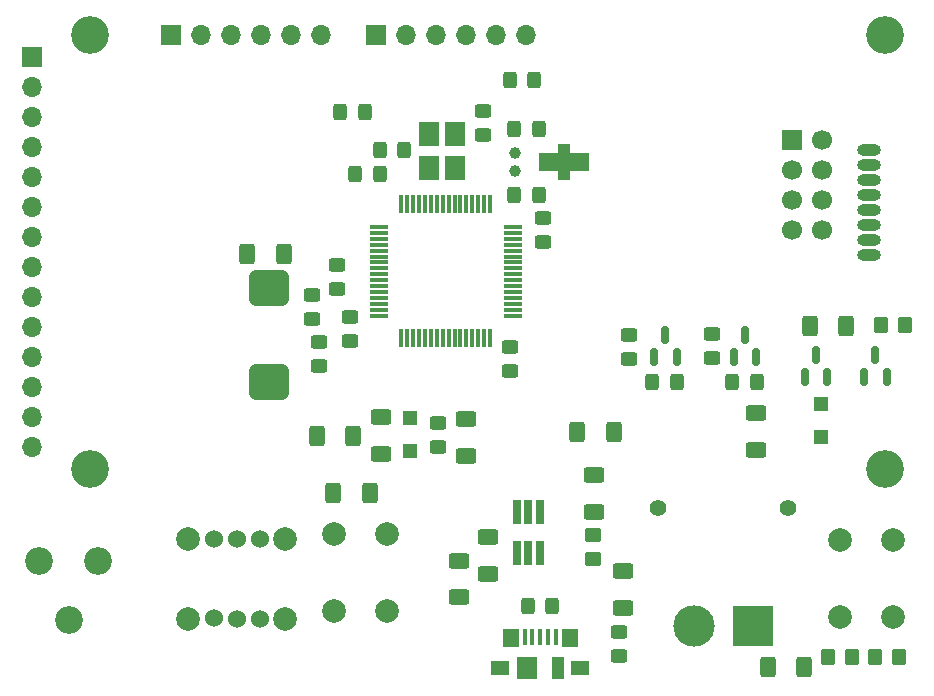
<source format=gbr>
%TF.GenerationSoftware,KiCad,Pcbnew,(6.0.7)*%
%TF.CreationDate,2023-01-25T23:34:06+01:00*%
%TF.ProjectId,TFT_RF_1.0,5446545f-5246-45f3-912e-302e6b696361,rev?*%
%TF.SameCoordinates,Original*%
%TF.FileFunction,Soldermask,Top*%
%TF.FilePolarity,Negative*%
%FSLAX46Y46*%
G04 Gerber Fmt 4.6, Leading zero omitted, Abs format (unit mm)*
G04 Created by KiCad (PCBNEW (6.0.7)) date 2023-01-25 23:34:06*
%MOMM*%
%LPD*%
G01*
G04 APERTURE LIST*
G04 Aperture macros list*
%AMRoundRect*
0 Rectangle with rounded corners*
0 $1 Rounding radius*
0 $2 $3 $4 $5 $6 $7 $8 $9 X,Y pos of 4 corners*
0 Add a 4 corners polygon primitive as box body*
4,1,4,$2,$3,$4,$5,$6,$7,$8,$9,$2,$3,0*
0 Add four circle primitives for the rounded corners*
1,1,$1+$1,$2,$3*
1,1,$1+$1,$4,$5*
1,1,$1+$1,$6,$7*
1,1,$1+$1,$8,$9*
0 Add four rect primitives between the rounded corners*
20,1,$1+$1,$2,$3,$4,$5,0*
20,1,$1+$1,$4,$5,$6,$7,0*
20,1,$1+$1,$6,$7,$8,$9,0*
20,1,$1+$1,$8,$9,$2,$3,0*%
G04 Aperture macros list end*
%ADD10R,1.700000X1.700000*%
%ADD11C,1.700000*%
%ADD12RoundRect,0.250000X-0.325000X-0.450000X0.325000X-0.450000X0.325000X0.450000X-0.325000X0.450000X0*%
%ADD13RoundRect,0.250000X-0.450000X0.325000X-0.450000X-0.325000X0.450000X-0.325000X0.450000X0.325000X0*%
%ADD14R,1.200000X1.200000*%
%ADD15RoundRect,0.250000X-0.350000X-0.450000X0.350000X-0.450000X0.350000X0.450000X-0.350000X0.450000X0*%
%ADD16O,1.700000X1.700000*%
%ADD17RoundRect,0.250000X-0.625000X0.400000X-0.625000X-0.400000X0.625000X-0.400000X0.625000X0.400000X0*%
%ADD18RoundRect,0.250000X0.450000X-0.325000X0.450000X0.325000X-0.450000X0.325000X-0.450000X-0.325000X0*%
%ADD19C,2.340000*%
%ADD20RoundRect,0.250000X0.450000X-0.350000X0.450000X0.350000X-0.450000X0.350000X-0.450000X-0.350000X0*%
%ADD21RoundRect,0.150000X0.150000X-0.587500X0.150000X0.587500X-0.150000X0.587500X-0.150000X-0.587500X0*%
%ADD22RoundRect,0.250000X0.325000X0.450000X-0.325000X0.450000X-0.325000X-0.450000X0.325000X-0.450000X0*%
%ADD23RoundRect,0.250000X0.625000X-0.400000X0.625000X0.400000X-0.625000X0.400000X-0.625000X-0.400000X0*%
%ADD24RoundRect,0.250000X0.400000X0.625000X-0.400000X0.625000X-0.400000X-0.625000X0.400000X-0.625000X0*%
%ADD25RoundRect,0.075000X-0.075000X0.700000X-0.075000X-0.700000X0.075000X-0.700000X0.075000X0.700000X0*%
%ADD26RoundRect,0.075000X-0.700000X0.075000X-0.700000X-0.075000X0.700000X-0.075000X0.700000X0.075000X0*%
%ADD27C,2.000000*%
%ADD28C,1.524000*%
%ADD29RoundRect,0.250000X-0.400000X-0.625000X0.400000X-0.625000X0.400000X0.625000X-0.400000X0.625000X0*%
%ADD30R,1.800000X2.100000*%
%ADD31C,3.200000*%
%ADD32R,0.650000X2.000000*%
%ADD33O,2.000000X1.000000*%
%ADD34RoundRect,0.491802X1.183198X-1.008198X1.183198X1.008198X-1.183198X1.008198X-1.183198X-1.008198X0*%
%ADD35C,1.000000*%
%ADD36R,4.300000X1.500000*%
%ADD37R,1.000000X1.000000*%
%ADD38C,1.400000*%
%ADD39R,3.500000X3.500000*%
%ADD40C,3.500000*%
%ADD41R,0.450000X1.380000*%
%ADD42R,1.000000X1.900000*%
%ADD43R,1.425000X1.550000*%
%ADD44R,1.650000X1.300000*%
%ADD45R,1.800000X1.900000*%
%ADD46RoundRect,0.250000X0.350000X0.450000X-0.350000X0.450000X-0.350000X-0.450000X0.350000X-0.450000X0*%
G04 APERTURE END LIST*
D10*
%TO.C,U4*%
X67300000Y-13920000D03*
D11*
X69840000Y-13920000D03*
X67300000Y-16460000D03*
X69840000Y-16460000D03*
X67300000Y-19000000D03*
X69840000Y-19000000D03*
X67300000Y-21540000D03*
X69840000Y-21540000D03*
%TD*%
D12*
%TO.C,C16*%
X43825000Y-12950000D03*
X45875000Y-12950000D03*
%TD*%
%TO.C,C15*%
X43825000Y-18550000D03*
X45875000Y-18550000D03*
%TD*%
D13*
%TO.C,C11*%
X26675000Y-26975000D03*
X26675000Y-29025000D03*
%TD*%
D14*
%TO.C,D4*%
X69750000Y-36225000D03*
X69750000Y-39025000D03*
%TD*%
D15*
%TO.C,D6*%
X74375000Y-57625000D03*
X76375000Y-57625000D03*
%TD*%
D13*
%TO.C,C6*%
X37375000Y-37825000D03*
X37375000Y-39875000D03*
%TD*%
D10*
%TO.C,J4*%
X3000000Y-6850000D03*
D16*
X3000000Y-9390000D03*
X3000000Y-11930000D03*
X3000000Y-14470000D03*
X3000000Y-17010000D03*
X3000000Y-19550000D03*
X3000000Y-22090000D03*
X3000000Y-24630000D03*
X3000000Y-27170000D03*
X3000000Y-29710000D03*
X3000000Y-32250000D03*
X3000000Y-34790000D03*
X3000000Y-37330000D03*
X3000000Y-39870000D03*
%TD*%
D17*
%TO.C,R7*%
X39100000Y-49500000D03*
X39100000Y-52600000D03*
%TD*%
D18*
%TO.C,C13*%
X28825000Y-26525000D03*
X28825000Y-24475000D03*
%TD*%
D17*
%TO.C,R2*%
X32500000Y-37325000D03*
X32500000Y-40425000D03*
%TD*%
D12*
%TO.C,C14*%
X43460000Y-8820000D03*
X45510000Y-8820000D03*
%TD*%
D19*
%TO.C,RV1*%
X8575000Y-49500000D03*
X6075000Y-54500000D03*
X3575000Y-49500000D03*
%TD*%
D20*
%TO.C,D2*%
X50490000Y-49340000D03*
X50490000Y-47340000D03*
%TD*%
D13*
%TO.C,C9*%
X46200000Y-20450000D03*
X46200000Y-22500000D03*
%TD*%
D21*
%TO.C,Q1*%
X68425000Y-33937500D03*
X70325000Y-33937500D03*
X69375000Y-32062500D03*
%TD*%
D22*
%TO.C,C4*%
X64325000Y-34400000D03*
X62275000Y-34400000D03*
%TD*%
D21*
%TO.C,U2*%
X55650000Y-32287500D03*
X57550000Y-32287500D03*
X56600000Y-30412500D03*
%TD*%
D23*
%TO.C,R6*%
X41600000Y-50600000D03*
X41600000Y-47500000D03*
%TD*%
D24*
%TO.C,R10*%
X52250000Y-38625000D03*
X49150000Y-38625000D03*
%TD*%
D18*
%TO.C,C12*%
X29900000Y-30900000D03*
X29900000Y-28850000D03*
%TD*%
D25*
%TO.C,U1*%
X41750000Y-19325000D03*
X41250000Y-19325000D03*
X40750000Y-19325000D03*
X40250000Y-19325000D03*
X39750000Y-19325000D03*
X39250000Y-19325000D03*
X38750000Y-19325000D03*
X38250000Y-19325000D03*
X37750000Y-19325000D03*
X37250000Y-19325000D03*
X36750000Y-19325000D03*
X36250000Y-19325000D03*
X35750000Y-19325000D03*
X35250000Y-19325000D03*
X34750000Y-19325000D03*
X34250000Y-19325000D03*
D26*
X32325000Y-21250000D03*
X32325000Y-21750000D03*
X32325000Y-22250000D03*
X32325000Y-22750000D03*
X32325000Y-23250000D03*
X32325000Y-23750000D03*
X32325000Y-24250000D03*
X32325000Y-24750000D03*
X32325000Y-25250000D03*
X32325000Y-25750000D03*
X32325000Y-26250000D03*
X32325000Y-26750000D03*
X32325000Y-27250000D03*
X32325000Y-27750000D03*
X32325000Y-28250000D03*
X32325000Y-28750000D03*
D25*
X34250000Y-30675000D03*
X34750000Y-30675000D03*
X35250000Y-30675000D03*
X35750000Y-30675000D03*
X36250000Y-30675000D03*
X36750000Y-30675000D03*
X37250000Y-30675000D03*
X37750000Y-30675000D03*
X38250000Y-30675000D03*
X38750000Y-30675000D03*
X39250000Y-30675000D03*
X39750000Y-30675000D03*
X40250000Y-30675000D03*
X40750000Y-30675000D03*
X41250000Y-30675000D03*
X41750000Y-30675000D03*
D26*
X43675000Y-28750000D03*
X43675000Y-28250000D03*
X43675000Y-27750000D03*
X43675000Y-27250000D03*
X43675000Y-26750000D03*
X43675000Y-26250000D03*
X43675000Y-25750000D03*
X43675000Y-25250000D03*
X43675000Y-24750000D03*
X43675000Y-24250000D03*
X43675000Y-23750000D03*
X43675000Y-23250000D03*
X43675000Y-22750000D03*
X43675000Y-22250000D03*
X43675000Y-21750000D03*
X43675000Y-21250000D03*
%TD*%
D27*
%TO.C,SW4*%
X24400000Y-47695000D03*
X16200000Y-47695000D03*
D28*
X18350000Y-47645000D03*
X20300000Y-47695000D03*
X22300000Y-47695000D03*
%TD*%
D15*
%TO.C,D1*%
X74875000Y-29575000D03*
X76875000Y-29575000D03*
%TD*%
D22*
%TO.C,C3*%
X57550000Y-34400000D03*
X55500000Y-34400000D03*
%TD*%
D12*
%TO.C,C20*%
X44950000Y-53300000D03*
X47000000Y-53300000D03*
%TD*%
D13*
%TO.C,C10*%
X43450000Y-31400000D03*
X43450000Y-33450000D03*
%TD*%
D29*
%TO.C,R8*%
X21200000Y-23500000D03*
X24300000Y-23500000D03*
%TD*%
D12*
%TO.C,C5*%
X29080000Y-11530000D03*
X31130000Y-11530000D03*
%TD*%
D30*
%TO.C,Y2*%
X36620000Y-13330000D03*
X36620000Y-16230000D03*
X38820000Y-16230000D03*
X38820000Y-13330000D03*
%TD*%
D12*
%TO.C,C8*%
X30350000Y-16750000D03*
X32400000Y-16750000D03*
%TD*%
D31*
%TO.C,H1*%
X7920000Y-5000000D03*
%TD*%
D17*
%TO.C,R5*%
X50540000Y-42240000D03*
X50540000Y-45340000D03*
%TD*%
%TO.C,R13*%
X53000000Y-50400000D03*
X53000000Y-53500000D03*
%TD*%
D32*
%TO.C,U5*%
X45950000Y-45390000D03*
X45000000Y-45390000D03*
X44050000Y-45390000D03*
X44050000Y-48810000D03*
X45000000Y-48810000D03*
X45950000Y-48810000D03*
%TD*%
D21*
%TO.C,U3*%
X62400000Y-32237500D03*
X64300000Y-32237500D03*
X63350000Y-30362500D03*
%TD*%
D13*
%TO.C,C2*%
X60550000Y-30275000D03*
X60550000Y-32325000D03*
%TD*%
D22*
%TO.C,C18*%
X34500000Y-14750000D03*
X32450000Y-14750000D03*
%TD*%
D33*
%TO.C,J1*%
X73800000Y-14700000D03*
X73800000Y-15970000D03*
X73800000Y-17240000D03*
X73800000Y-18510000D03*
X73800000Y-19780000D03*
X73800000Y-21050000D03*
X73800000Y-22320000D03*
X73800000Y-23590000D03*
%TD*%
D31*
%TO.C,H4*%
X75180000Y-41720000D03*
%TD*%
D23*
%TO.C,R9*%
X39750000Y-40625000D03*
X39750000Y-37525000D03*
%TD*%
D14*
%TO.C,D3*%
X35000000Y-37375000D03*
X35000000Y-40175000D03*
%TD*%
D34*
%TO.C,FB1*%
X23005000Y-34375000D03*
X23005000Y-26375000D03*
%TD*%
D35*
%TO.C,Y1*%
X43875000Y-16500000D03*
X43875000Y-15000000D03*
D36*
X48025000Y-15750000D03*
D37*
X48025000Y-14750000D03*
X48025000Y-16750000D03*
%TD*%
D10*
%TO.C,J5*%
X14750000Y-5000000D03*
D16*
X17290000Y-5000000D03*
X19830000Y-5000000D03*
X22370000Y-5000000D03*
X24910000Y-5000000D03*
X27450000Y-5000000D03*
%TD*%
D21*
%TO.C,Q2*%
X73425000Y-33937500D03*
X75325000Y-33937500D03*
X74375000Y-32062500D03*
%TD*%
D38*
%TO.C,XT30PW1*%
X56000000Y-45000000D03*
X67000000Y-45000000D03*
D39*
X64000000Y-55000000D03*
D40*
X59000000Y-55000000D03*
%TD*%
D41*
%TO.C,J2*%
X44700000Y-55940000D03*
X45350000Y-55940000D03*
X46000000Y-55940000D03*
X46650000Y-55940000D03*
X47300000Y-55940000D03*
D42*
X47550000Y-58600000D03*
D43*
X43512500Y-56025000D03*
D44*
X49375000Y-58600000D03*
D43*
X48487500Y-56025000D03*
D45*
X44850000Y-58600000D03*
D44*
X42625000Y-58600000D03*
%TD*%
D27*
%TO.C,SW1*%
X16200000Y-54400000D03*
X24400000Y-54400000D03*
D28*
X18350000Y-54350000D03*
X20300000Y-54400000D03*
X22300000Y-54400000D03*
%TD*%
D13*
%TO.C,C1*%
X53500000Y-30350000D03*
X53500000Y-32400000D03*
%TD*%
D18*
%TO.C,C7*%
X27300000Y-33050000D03*
X27300000Y-31000000D03*
%TD*%
D29*
%TO.C,R3*%
X27080000Y-38900000D03*
X30180000Y-38900000D03*
%TD*%
D24*
%TO.C,R1*%
X71925000Y-29625000D03*
X68825000Y-29625000D03*
%TD*%
D27*
%TO.C,SW2*%
X28550000Y-47250000D03*
X28550000Y-53750000D03*
X33050000Y-47250000D03*
X33050000Y-53750000D03*
%TD*%
D29*
%TO.C,R12*%
X65275000Y-58500000D03*
X68375000Y-58500000D03*
%TD*%
D13*
%TO.C,C19*%
X52700000Y-55550000D03*
X52700000Y-57600000D03*
%TD*%
D31*
%TO.C,H3*%
X7920000Y-41720000D03*
%TD*%
D27*
%TO.C,SW3*%
X71375000Y-54250000D03*
X71375000Y-47750000D03*
X75875000Y-54250000D03*
X75875000Y-47750000D03*
%TD*%
D10*
%TO.C,J3*%
X32100000Y-5030000D03*
D16*
X34640000Y-5030000D03*
X37180000Y-5030000D03*
X39720000Y-5030000D03*
X42260000Y-5030000D03*
X44800000Y-5030000D03*
%TD*%
D13*
%TO.C,C17*%
X41160000Y-11415000D03*
X41160000Y-13465000D03*
%TD*%
D24*
%TO.C,R4*%
X31600000Y-43800000D03*
X28500000Y-43800000D03*
%TD*%
D31*
%TO.C,H2*%
X75180000Y-5000000D03*
%TD*%
D17*
%TO.C,R11*%
X64250000Y-37025000D03*
X64250000Y-40125000D03*
%TD*%
D46*
%TO.C,D5*%
X72375000Y-57625000D03*
X70375000Y-57625000D03*
%TD*%
M02*

</source>
